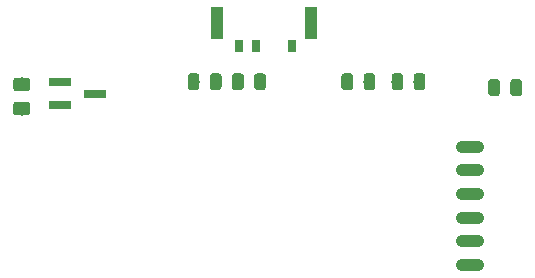
<source format=gbr>
G04 #@! TF.GenerationSoftware,KiCad,Pcbnew,5.0.1-33cea8e~66~ubuntu18.04.1*
G04 #@! TF.CreationDate,2019-09-26T22:02:42+09:00*
G04 #@! TF.ProjectId,minidenko,6D696E6964656E6B6F2E6B696361645F,rev?*
G04 #@! TF.SameCoordinates,Original*
G04 #@! TF.FileFunction,Paste,Top*
G04 #@! TF.FilePolarity,Positive*
%FSLAX46Y46*%
G04 Gerber Fmt 4.6, Leading zero omitted, Abs format (unit mm)*
G04 Created by KiCad (PCBNEW 5.0.1-33cea8e~66~ubuntu18.04.1) date 2019年09月26日 22時02分42秒*
%MOMM*%
%LPD*%
G01*
G04 APERTURE LIST*
%ADD10R,1.000000X2.800000*%
%ADD11R,0.700000X1.000000*%
%ADD12O,2.400000X1.100000*%
%ADD13R,1.900000X0.800000*%
%ADD14C,0.100000*%
%ADD15C,1.150000*%
%ADD16C,0.975000*%
G04 APERTURE END LIST*
D10*
G04 #@! TO.C,SW1*
X78025000Y-26550000D03*
D11*
X81375000Y-28450000D03*
X79875000Y-28450000D03*
X84375000Y-28450000D03*
D10*
X85975000Y-26550000D03*
G04 #@! TD*
D12*
G04 #@! TO.C,U2*
X99500000Y-37010000D03*
X99500000Y-39010000D03*
X99500000Y-41010000D03*
X99500000Y-43010000D03*
X99500000Y-45010000D03*
X99500000Y-47010000D03*
G04 #@! TD*
D13*
G04 #@! TO.C,U1*
X64750000Y-31550000D03*
X64750000Y-33450000D03*
X67750000Y-32500000D03*
G04 #@! TD*
D14*
G04 #@! TO.C,C1*
G36*
X61974505Y-33201204D02*
X61998773Y-33204804D01*
X62022572Y-33210765D01*
X62045671Y-33219030D01*
X62067850Y-33229520D01*
X62088893Y-33242132D01*
X62108599Y-33256747D01*
X62126777Y-33273223D01*
X62143253Y-33291401D01*
X62157868Y-33311107D01*
X62170480Y-33332150D01*
X62180970Y-33354329D01*
X62189235Y-33377428D01*
X62195196Y-33401227D01*
X62198796Y-33425495D01*
X62200000Y-33449999D01*
X62200000Y-34100001D01*
X62198796Y-34124505D01*
X62195196Y-34148773D01*
X62189235Y-34172572D01*
X62180970Y-34195671D01*
X62170480Y-34217850D01*
X62157868Y-34238893D01*
X62143253Y-34258599D01*
X62126777Y-34276777D01*
X62108599Y-34293253D01*
X62088893Y-34307868D01*
X62067850Y-34320480D01*
X62045671Y-34330970D01*
X62022572Y-34339235D01*
X61998773Y-34345196D01*
X61974505Y-34348796D01*
X61950001Y-34350000D01*
X61049999Y-34350000D01*
X61025495Y-34348796D01*
X61001227Y-34345196D01*
X60977428Y-34339235D01*
X60954329Y-34330970D01*
X60932150Y-34320480D01*
X60911107Y-34307868D01*
X60891401Y-34293253D01*
X60873223Y-34276777D01*
X60856747Y-34258599D01*
X60842132Y-34238893D01*
X60829520Y-34217850D01*
X60819030Y-34195671D01*
X60810765Y-34172572D01*
X60804804Y-34148773D01*
X60801204Y-34124505D01*
X60800000Y-34100001D01*
X60800000Y-33449999D01*
X60801204Y-33425495D01*
X60804804Y-33401227D01*
X60810765Y-33377428D01*
X60819030Y-33354329D01*
X60829520Y-33332150D01*
X60842132Y-33311107D01*
X60856747Y-33291401D01*
X60873223Y-33273223D01*
X60891401Y-33256747D01*
X60911107Y-33242132D01*
X60932150Y-33229520D01*
X60954329Y-33219030D01*
X60977428Y-33210765D01*
X61001227Y-33204804D01*
X61025495Y-33201204D01*
X61049999Y-33200000D01*
X61950001Y-33200000D01*
X61974505Y-33201204D01*
X61974505Y-33201204D01*
G37*
D15*
X61500000Y-33775000D03*
D14*
G36*
X61974505Y-31151204D02*
X61998773Y-31154804D01*
X62022572Y-31160765D01*
X62045671Y-31169030D01*
X62067850Y-31179520D01*
X62088893Y-31192132D01*
X62108599Y-31206747D01*
X62126777Y-31223223D01*
X62143253Y-31241401D01*
X62157868Y-31261107D01*
X62170480Y-31282150D01*
X62180970Y-31304329D01*
X62189235Y-31327428D01*
X62195196Y-31351227D01*
X62198796Y-31375495D01*
X62200000Y-31399999D01*
X62200000Y-32050001D01*
X62198796Y-32074505D01*
X62195196Y-32098773D01*
X62189235Y-32122572D01*
X62180970Y-32145671D01*
X62170480Y-32167850D01*
X62157868Y-32188893D01*
X62143253Y-32208599D01*
X62126777Y-32226777D01*
X62108599Y-32243253D01*
X62088893Y-32257868D01*
X62067850Y-32270480D01*
X62045671Y-32280970D01*
X62022572Y-32289235D01*
X61998773Y-32295196D01*
X61974505Y-32298796D01*
X61950001Y-32300000D01*
X61049999Y-32300000D01*
X61025495Y-32298796D01*
X61001227Y-32295196D01*
X60977428Y-32289235D01*
X60954329Y-32280970D01*
X60932150Y-32270480D01*
X60911107Y-32257868D01*
X60891401Y-32243253D01*
X60873223Y-32226777D01*
X60856747Y-32208599D01*
X60842132Y-32188893D01*
X60829520Y-32167850D01*
X60819030Y-32145671D01*
X60810765Y-32122572D01*
X60804804Y-32098773D01*
X60801204Y-32074505D01*
X60800000Y-32050001D01*
X60800000Y-31399999D01*
X60801204Y-31375495D01*
X60804804Y-31351227D01*
X60810765Y-31327428D01*
X60819030Y-31304329D01*
X60829520Y-31282150D01*
X60842132Y-31261107D01*
X60856747Y-31241401D01*
X60873223Y-31223223D01*
X60891401Y-31206747D01*
X60911107Y-31192132D01*
X60932150Y-31179520D01*
X60954329Y-31169030D01*
X60977428Y-31160765D01*
X61001227Y-31154804D01*
X61025495Y-31151204D01*
X61049999Y-31150000D01*
X61950001Y-31150000D01*
X61974505Y-31151204D01*
X61974505Y-31151204D01*
G37*
D15*
X61500000Y-31725000D03*
G04 #@! TD*
D14*
G04 #@! TO.C,R5*
G36*
X93580142Y-30801174D02*
X93603803Y-30804684D01*
X93627007Y-30810496D01*
X93649529Y-30818554D01*
X93671153Y-30828782D01*
X93691670Y-30841079D01*
X93710883Y-30855329D01*
X93728607Y-30871393D01*
X93744671Y-30889117D01*
X93758921Y-30908330D01*
X93771218Y-30928847D01*
X93781446Y-30950471D01*
X93789504Y-30972993D01*
X93795316Y-30996197D01*
X93798826Y-31019858D01*
X93800000Y-31043750D01*
X93800000Y-31956250D01*
X93798826Y-31980142D01*
X93795316Y-32003803D01*
X93789504Y-32027007D01*
X93781446Y-32049529D01*
X93771218Y-32071153D01*
X93758921Y-32091670D01*
X93744671Y-32110883D01*
X93728607Y-32128607D01*
X93710883Y-32144671D01*
X93691670Y-32158921D01*
X93671153Y-32171218D01*
X93649529Y-32181446D01*
X93627007Y-32189504D01*
X93603803Y-32195316D01*
X93580142Y-32198826D01*
X93556250Y-32200000D01*
X93068750Y-32200000D01*
X93044858Y-32198826D01*
X93021197Y-32195316D01*
X92997993Y-32189504D01*
X92975471Y-32181446D01*
X92953847Y-32171218D01*
X92933330Y-32158921D01*
X92914117Y-32144671D01*
X92896393Y-32128607D01*
X92880329Y-32110883D01*
X92866079Y-32091670D01*
X92853782Y-32071153D01*
X92843554Y-32049529D01*
X92835496Y-32027007D01*
X92829684Y-32003803D01*
X92826174Y-31980142D01*
X92825000Y-31956250D01*
X92825000Y-31043750D01*
X92826174Y-31019858D01*
X92829684Y-30996197D01*
X92835496Y-30972993D01*
X92843554Y-30950471D01*
X92853782Y-30928847D01*
X92866079Y-30908330D01*
X92880329Y-30889117D01*
X92896393Y-30871393D01*
X92914117Y-30855329D01*
X92933330Y-30841079D01*
X92953847Y-30828782D01*
X92975471Y-30818554D01*
X92997993Y-30810496D01*
X93021197Y-30804684D01*
X93044858Y-30801174D01*
X93068750Y-30800000D01*
X93556250Y-30800000D01*
X93580142Y-30801174D01*
X93580142Y-30801174D01*
G37*
D16*
X93312500Y-31500000D03*
D14*
G36*
X95455142Y-30801174D02*
X95478803Y-30804684D01*
X95502007Y-30810496D01*
X95524529Y-30818554D01*
X95546153Y-30828782D01*
X95566670Y-30841079D01*
X95585883Y-30855329D01*
X95603607Y-30871393D01*
X95619671Y-30889117D01*
X95633921Y-30908330D01*
X95646218Y-30928847D01*
X95656446Y-30950471D01*
X95664504Y-30972993D01*
X95670316Y-30996197D01*
X95673826Y-31019858D01*
X95675000Y-31043750D01*
X95675000Y-31956250D01*
X95673826Y-31980142D01*
X95670316Y-32003803D01*
X95664504Y-32027007D01*
X95656446Y-32049529D01*
X95646218Y-32071153D01*
X95633921Y-32091670D01*
X95619671Y-32110883D01*
X95603607Y-32128607D01*
X95585883Y-32144671D01*
X95566670Y-32158921D01*
X95546153Y-32171218D01*
X95524529Y-32181446D01*
X95502007Y-32189504D01*
X95478803Y-32195316D01*
X95455142Y-32198826D01*
X95431250Y-32200000D01*
X94943750Y-32200000D01*
X94919858Y-32198826D01*
X94896197Y-32195316D01*
X94872993Y-32189504D01*
X94850471Y-32181446D01*
X94828847Y-32171218D01*
X94808330Y-32158921D01*
X94789117Y-32144671D01*
X94771393Y-32128607D01*
X94755329Y-32110883D01*
X94741079Y-32091670D01*
X94728782Y-32071153D01*
X94718554Y-32049529D01*
X94710496Y-32027007D01*
X94704684Y-32003803D01*
X94701174Y-31980142D01*
X94700000Y-31956250D01*
X94700000Y-31043750D01*
X94701174Y-31019858D01*
X94704684Y-30996197D01*
X94710496Y-30972993D01*
X94718554Y-30950471D01*
X94728782Y-30928847D01*
X94741079Y-30908330D01*
X94755329Y-30889117D01*
X94771393Y-30871393D01*
X94789117Y-30855329D01*
X94808330Y-30841079D01*
X94828847Y-30828782D01*
X94850471Y-30818554D01*
X94872993Y-30810496D01*
X94896197Y-30804684D01*
X94919858Y-30801174D01*
X94943750Y-30800000D01*
X95431250Y-30800000D01*
X95455142Y-30801174D01*
X95455142Y-30801174D01*
G37*
D16*
X95187500Y-31500000D03*
G04 #@! TD*
D14*
G04 #@! TO.C,R4*
G36*
X81955142Y-30801174D02*
X81978803Y-30804684D01*
X82002007Y-30810496D01*
X82024529Y-30818554D01*
X82046153Y-30828782D01*
X82066670Y-30841079D01*
X82085883Y-30855329D01*
X82103607Y-30871393D01*
X82119671Y-30889117D01*
X82133921Y-30908330D01*
X82146218Y-30928847D01*
X82156446Y-30950471D01*
X82164504Y-30972993D01*
X82170316Y-30996197D01*
X82173826Y-31019858D01*
X82175000Y-31043750D01*
X82175000Y-31956250D01*
X82173826Y-31980142D01*
X82170316Y-32003803D01*
X82164504Y-32027007D01*
X82156446Y-32049529D01*
X82146218Y-32071153D01*
X82133921Y-32091670D01*
X82119671Y-32110883D01*
X82103607Y-32128607D01*
X82085883Y-32144671D01*
X82066670Y-32158921D01*
X82046153Y-32171218D01*
X82024529Y-32181446D01*
X82002007Y-32189504D01*
X81978803Y-32195316D01*
X81955142Y-32198826D01*
X81931250Y-32200000D01*
X81443750Y-32200000D01*
X81419858Y-32198826D01*
X81396197Y-32195316D01*
X81372993Y-32189504D01*
X81350471Y-32181446D01*
X81328847Y-32171218D01*
X81308330Y-32158921D01*
X81289117Y-32144671D01*
X81271393Y-32128607D01*
X81255329Y-32110883D01*
X81241079Y-32091670D01*
X81228782Y-32071153D01*
X81218554Y-32049529D01*
X81210496Y-32027007D01*
X81204684Y-32003803D01*
X81201174Y-31980142D01*
X81200000Y-31956250D01*
X81200000Y-31043750D01*
X81201174Y-31019858D01*
X81204684Y-30996197D01*
X81210496Y-30972993D01*
X81218554Y-30950471D01*
X81228782Y-30928847D01*
X81241079Y-30908330D01*
X81255329Y-30889117D01*
X81271393Y-30871393D01*
X81289117Y-30855329D01*
X81308330Y-30841079D01*
X81328847Y-30828782D01*
X81350471Y-30818554D01*
X81372993Y-30810496D01*
X81396197Y-30804684D01*
X81419858Y-30801174D01*
X81443750Y-30800000D01*
X81931250Y-30800000D01*
X81955142Y-30801174D01*
X81955142Y-30801174D01*
G37*
D16*
X81687500Y-31500000D03*
D14*
G36*
X80080142Y-30801174D02*
X80103803Y-30804684D01*
X80127007Y-30810496D01*
X80149529Y-30818554D01*
X80171153Y-30828782D01*
X80191670Y-30841079D01*
X80210883Y-30855329D01*
X80228607Y-30871393D01*
X80244671Y-30889117D01*
X80258921Y-30908330D01*
X80271218Y-30928847D01*
X80281446Y-30950471D01*
X80289504Y-30972993D01*
X80295316Y-30996197D01*
X80298826Y-31019858D01*
X80300000Y-31043750D01*
X80300000Y-31956250D01*
X80298826Y-31980142D01*
X80295316Y-32003803D01*
X80289504Y-32027007D01*
X80281446Y-32049529D01*
X80271218Y-32071153D01*
X80258921Y-32091670D01*
X80244671Y-32110883D01*
X80228607Y-32128607D01*
X80210883Y-32144671D01*
X80191670Y-32158921D01*
X80171153Y-32171218D01*
X80149529Y-32181446D01*
X80127007Y-32189504D01*
X80103803Y-32195316D01*
X80080142Y-32198826D01*
X80056250Y-32200000D01*
X79568750Y-32200000D01*
X79544858Y-32198826D01*
X79521197Y-32195316D01*
X79497993Y-32189504D01*
X79475471Y-32181446D01*
X79453847Y-32171218D01*
X79433330Y-32158921D01*
X79414117Y-32144671D01*
X79396393Y-32128607D01*
X79380329Y-32110883D01*
X79366079Y-32091670D01*
X79353782Y-32071153D01*
X79343554Y-32049529D01*
X79335496Y-32027007D01*
X79329684Y-32003803D01*
X79326174Y-31980142D01*
X79325000Y-31956250D01*
X79325000Y-31043750D01*
X79326174Y-31019858D01*
X79329684Y-30996197D01*
X79335496Y-30972993D01*
X79343554Y-30950471D01*
X79353782Y-30928847D01*
X79366079Y-30908330D01*
X79380329Y-30889117D01*
X79396393Y-30871393D01*
X79414117Y-30855329D01*
X79433330Y-30841079D01*
X79453847Y-30828782D01*
X79475471Y-30818554D01*
X79497993Y-30810496D01*
X79521197Y-30804684D01*
X79544858Y-30801174D01*
X79568750Y-30800000D01*
X80056250Y-30800000D01*
X80080142Y-30801174D01*
X80080142Y-30801174D01*
G37*
D16*
X79812500Y-31500000D03*
G04 #@! TD*
D14*
G04 #@! TO.C,R3*
G36*
X76330142Y-30801174D02*
X76353803Y-30804684D01*
X76377007Y-30810496D01*
X76399529Y-30818554D01*
X76421153Y-30828782D01*
X76441670Y-30841079D01*
X76460883Y-30855329D01*
X76478607Y-30871393D01*
X76494671Y-30889117D01*
X76508921Y-30908330D01*
X76521218Y-30928847D01*
X76531446Y-30950471D01*
X76539504Y-30972993D01*
X76545316Y-30996197D01*
X76548826Y-31019858D01*
X76550000Y-31043750D01*
X76550000Y-31956250D01*
X76548826Y-31980142D01*
X76545316Y-32003803D01*
X76539504Y-32027007D01*
X76531446Y-32049529D01*
X76521218Y-32071153D01*
X76508921Y-32091670D01*
X76494671Y-32110883D01*
X76478607Y-32128607D01*
X76460883Y-32144671D01*
X76441670Y-32158921D01*
X76421153Y-32171218D01*
X76399529Y-32181446D01*
X76377007Y-32189504D01*
X76353803Y-32195316D01*
X76330142Y-32198826D01*
X76306250Y-32200000D01*
X75818750Y-32200000D01*
X75794858Y-32198826D01*
X75771197Y-32195316D01*
X75747993Y-32189504D01*
X75725471Y-32181446D01*
X75703847Y-32171218D01*
X75683330Y-32158921D01*
X75664117Y-32144671D01*
X75646393Y-32128607D01*
X75630329Y-32110883D01*
X75616079Y-32091670D01*
X75603782Y-32071153D01*
X75593554Y-32049529D01*
X75585496Y-32027007D01*
X75579684Y-32003803D01*
X75576174Y-31980142D01*
X75575000Y-31956250D01*
X75575000Y-31043750D01*
X75576174Y-31019858D01*
X75579684Y-30996197D01*
X75585496Y-30972993D01*
X75593554Y-30950471D01*
X75603782Y-30928847D01*
X75616079Y-30908330D01*
X75630329Y-30889117D01*
X75646393Y-30871393D01*
X75664117Y-30855329D01*
X75683330Y-30841079D01*
X75703847Y-30828782D01*
X75725471Y-30818554D01*
X75747993Y-30810496D01*
X75771197Y-30804684D01*
X75794858Y-30801174D01*
X75818750Y-30800000D01*
X76306250Y-30800000D01*
X76330142Y-30801174D01*
X76330142Y-30801174D01*
G37*
D16*
X76062500Y-31500000D03*
D14*
G36*
X78205142Y-30801174D02*
X78228803Y-30804684D01*
X78252007Y-30810496D01*
X78274529Y-30818554D01*
X78296153Y-30828782D01*
X78316670Y-30841079D01*
X78335883Y-30855329D01*
X78353607Y-30871393D01*
X78369671Y-30889117D01*
X78383921Y-30908330D01*
X78396218Y-30928847D01*
X78406446Y-30950471D01*
X78414504Y-30972993D01*
X78420316Y-30996197D01*
X78423826Y-31019858D01*
X78425000Y-31043750D01*
X78425000Y-31956250D01*
X78423826Y-31980142D01*
X78420316Y-32003803D01*
X78414504Y-32027007D01*
X78406446Y-32049529D01*
X78396218Y-32071153D01*
X78383921Y-32091670D01*
X78369671Y-32110883D01*
X78353607Y-32128607D01*
X78335883Y-32144671D01*
X78316670Y-32158921D01*
X78296153Y-32171218D01*
X78274529Y-32181446D01*
X78252007Y-32189504D01*
X78228803Y-32195316D01*
X78205142Y-32198826D01*
X78181250Y-32200000D01*
X77693750Y-32200000D01*
X77669858Y-32198826D01*
X77646197Y-32195316D01*
X77622993Y-32189504D01*
X77600471Y-32181446D01*
X77578847Y-32171218D01*
X77558330Y-32158921D01*
X77539117Y-32144671D01*
X77521393Y-32128607D01*
X77505329Y-32110883D01*
X77491079Y-32091670D01*
X77478782Y-32071153D01*
X77468554Y-32049529D01*
X77460496Y-32027007D01*
X77454684Y-32003803D01*
X77451174Y-31980142D01*
X77450000Y-31956250D01*
X77450000Y-31043750D01*
X77451174Y-31019858D01*
X77454684Y-30996197D01*
X77460496Y-30972993D01*
X77468554Y-30950471D01*
X77478782Y-30928847D01*
X77491079Y-30908330D01*
X77505329Y-30889117D01*
X77521393Y-30871393D01*
X77539117Y-30855329D01*
X77558330Y-30841079D01*
X77578847Y-30828782D01*
X77600471Y-30818554D01*
X77622993Y-30810496D01*
X77646197Y-30804684D01*
X77669858Y-30801174D01*
X77693750Y-30800000D01*
X78181250Y-30800000D01*
X78205142Y-30801174D01*
X78205142Y-30801174D01*
G37*
D16*
X77937500Y-31500000D03*
G04 #@! TD*
D14*
G04 #@! TO.C,R2*
G36*
X89330142Y-30801174D02*
X89353803Y-30804684D01*
X89377007Y-30810496D01*
X89399529Y-30818554D01*
X89421153Y-30828782D01*
X89441670Y-30841079D01*
X89460883Y-30855329D01*
X89478607Y-30871393D01*
X89494671Y-30889117D01*
X89508921Y-30908330D01*
X89521218Y-30928847D01*
X89531446Y-30950471D01*
X89539504Y-30972993D01*
X89545316Y-30996197D01*
X89548826Y-31019858D01*
X89550000Y-31043750D01*
X89550000Y-31956250D01*
X89548826Y-31980142D01*
X89545316Y-32003803D01*
X89539504Y-32027007D01*
X89531446Y-32049529D01*
X89521218Y-32071153D01*
X89508921Y-32091670D01*
X89494671Y-32110883D01*
X89478607Y-32128607D01*
X89460883Y-32144671D01*
X89441670Y-32158921D01*
X89421153Y-32171218D01*
X89399529Y-32181446D01*
X89377007Y-32189504D01*
X89353803Y-32195316D01*
X89330142Y-32198826D01*
X89306250Y-32200000D01*
X88818750Y-32200000D01*
X88794858Y-32198826D01*
X88771197Y-32195316D01*
X88747993Y-32189504D01*
X88725471Y-32181446D01*
X88703847Y-32171218D01*
X88683330Y-32158921D01*
X88664117Y-32144671D01*
X88646393Y-32128607D01*
X88630329Y-32110883D01*
X88616079Y-32091670D01*
X88603782Y-32071153D01*
X88593554Y-32049529D01*
X88585496Y-32027007D01*
X88579684Y-32003803D01*
X88576174Y-31980142D01*
X88575000Y-31956250D01*
X88575000Y-31043750D01*
X88576174Y-31019858D01*
X88579684Y-30996197D01*
X88585496Y-30972993D01*
X88593554Y-30950471D01*
X88603782Y-30928847D01*
X88616079Y-30908330D01*
X88630329Y-30889117D01*
X88646393Y-30871393D01*
X88664117Y-30855329D01*
X88683330Y-30841079D01*
X88703847Y-30828782D01*
X88725471Y-30818554D01*
X88747993Y-30810496D01*
X88771197Y-30804684D01*
X88794858Y-30801174D01*
X88818750Y-30800000D01*
X89306250Y-30800000D01*
X89330142Y-30801174D01*
X89330142Y-30801174D01*
G37*
D16*
X89062500Y-31500000D03*
D14*
G36*
X91205142Y-30801174D02*
X91228803Y-30804684D01*
X91252007Y-30810496D01*
X91274529Y-30818554D01*
X91296153Y-30828782D01*
X91316670Y-30841079D01*
X91335883Y-30855329D01*
X91353607Y-30871393D01*
X91369671Y-30889117D01*
X91383921Y-30908330D01*
X91396218Y-30928847D01*
X91406446Y-30950471D01*
X91414504Y-30972993D01*
X91420316Y-30996197D01*
X91423826Y-31019858D01*
X91425000Y-31043750D01*
X91425000Y-31956250D01*
X91423826Y-31980142D01*
X91420316Y-32003803D01*
X91414504Y-32027007D01*
X91406446Y-32049529D01*
X91396218Y-32071153D01*
X91383921Y-32091670D01*
X91369671Y-32110883D01*
X91353607Y-32128607D01*
X91335883Y-32144671D01*
X91316670Y-32158921D01*
X91296153Y-32171218D01*
X91274529Y-32181446D01*
X91252007Y-32189504D01*
X91228803Y-32195316D01*
X91205142Y-32198826D01*
X91181250Y-32200000D01*
X90693750Y-32200000D01*
X90669858Y-32198826D01*
X90646197Y-32195316D01*
X90622993Y-32189504D01*
X90600471Y-32181446D01*
X90578847Y-32171218D01*
X90558330Y-32158921D01*
X90539117Y-32144671D01*
X90521393Y-32128607D01*
X90505329Y-32110883D01*
X90491079Y-32091670D01*
X90478782Y-32071153D01*
X90468554Y-32049529D01*
X90460496Y-32027007D01*
X90454684Y-32003803D01*
X90451174Y-31980142D01*
X90450000Y-31956250D01*
X90450000Y-31043750D01*
X90451174Y-31019858D01*
X90454684Y-30996197D01*
X90460496Y-30972993D01*
X90468554Y-30950471D01*
X90478782Y-30928847D01*
X90491079Y-30908330D01*
X90505329Y-30889117D01*
X90521393Y-30871393D01*
X90539117Y-30855329D01*
X90558330Y-30841079D01*
X90578847Y-30828782D01*
X90600471Y-30818554D01*
X90622993Y-30810496D01*
X90646197Y-30804684D01*
X90669858Y-30801174D01*
X90693750Y-30800000D01*
X91181250Y-30800000D01*
X91205142Y-30801174D01*
X91205142Y-30801174D01*
G37*
D16*
X90937500Y-31500000D03*
G04 #@! TD*
D14*
G04 #@! TO.C,R1*
G36*
X101768142Y-31301174D02*
X101791803Y-31304684D01*
X101815007Y-31310496D01*
X101837529Y-31318554D01*
X101859153Y-31328782D01*
X101879670Y-31341079D01*
X101898883Y-31355329D01*
X101916607Y-31371393D01*
X101932671Y-31389117D01*
X101946921Y-31408330D01*
X101959218Y-31428847D01*
X101969446Y-31450471D01*
X101977504Y-31472993D01*
X101983316Y-31496197D01*
X101986826Y-31519858D01*
X101988000Y-31543750D01*
X101988000Y-32456250D01*
X101986826Y-32480142D01*
X101983316Y-32503803D01*
X101977504Y-32527007D01*
X101969446Y-32549529D01*
X101959218Y-32571153D01*
X101946921Y-32591670D01*
X101932671Y-32610883D01*
X101916607Y-32628607D01*
X101898883Y-32644671D01*
X101879670Y-32658921D01*
X101859153Y-32671218D01*
X101837529Y-32681446D01*
X101815007Y-32689504D01*
X101791803Y-32695316D01*
X101768142Y-32698826D01*
X101744250Y-32700000D01*
X101256750Y-32700000D01*
X101232858Y-32698826D01*
X101209197Y-32695316D01*
X101185993Y-32689504D01*
X101163471Y-32681446D01*
X101141847Y-32671218D01*
X101121330Y-32658921D01*
X101102117Y-32644671D01*
X101084393Y-32628607D01*
X101068329Y-32610883D01*
X101054079Y-32591670D01*
X101041782Y-32571153D01*
X101031554Y-32549529D01*
X101023496Y-32527007D01*
X101017684Y-32503803D01*
X101014174Y-32480142D01*
X101013000Y-32456250D01*
X101013000Y-31543750D01*
X101014174Y-31519858D01*
X101017684Y-31496197D01*
X101023496Y-31472993D01*
X101031554Y-31450471D01*
X101041782Y-31428847D01*
X101054079Y-31408330D01*
X101068329Y-31389117D01*
X101084393Y-31371393D01*
X101102117Y-31355329D01*
X101121330Y-31341079D01*
X101141847Y-31328782D01*
X101163471Y-31318554D01*
X101185993Y-31310496D01*
X101209197Y-31304684D01*
X101232858Y-31301174D01*
X101256750Y-31300000D01*
X101744250Y-31300000D01*
X101768142Y-31301174D01*
X101768142Y-31301174D01*
G37*
D16*
X101500500Y-32000000D03*
D14*
G36*
X103643142Y-31301174D02*
X103666803Y-31304684D01*
X103690007Y-31310496D01*
X103712529Y-31318554D01*
X103734153Y-31328782D01*
X103754670Y-31341079D01*
X103773883Y-31355329D01*
X103791607Y-31371393D01*
X103807671Y-31389117D01*
X103821921Y-31408330D01*
X103834218Y-31428847D01*
X103844446Y-31450471D01*
X103852504Y-31472993D01*
X103858316Y-31496197D01*
X103861826Y-31519858D01*
X103863000Y-31543750D01*
X103863000Y-32456250D01*
X103861826Y-32480142D01*
X103858316Y-32503803D01*
X103852504Y-32527007D01*
X103844446Y-32549529D01*
X103834218Y-32571153D01*
X103821921Y-32591670D01*
X103807671Y-32610883D01*
X103791607Y-32628607D01*
X103773883Y-32644671D01*
X103754670Y-32658921D01*
X103734153Y-32671218D01*
X103712529Y-32681446D01*
X103690007Y-32689504D01*
X103666803Y-32695316D01*
X103643142Y-32698826D01*
X103619250Y-32700000D01*
X103131750Y-32700000D01*
X103107858Y-32698826D01*
X103084197Y-32695316D01*
X103060993Y-32689504D01*
X103038471Y-32681446D01*
X103016847Y-32671218D01*
X102996330Y-32658921D01*
X102977117Y-32644671D01*
X102959393Y-32628607D01*
X102943329Y-32610883D01*
X102929079Y-32591670D01*
X102916782Y-32571153D01*
X102906554Y-32549529D01*
X102898496Y-32527007D01*
X102892684Y-32503803D01*
X102889174Y-32480142D01*
X102888000Y-32456250D01*
X102888000Y-31543750D01*
X102889174Y-31519858D01*
X102892684Y-31496197D01*
X102898496Y-31472993D01*
X102906554Y-31450471D01*
X102916782Y-31428847D01*
X102929079Y-31408330D01*
X102943329Y-31389117D01*
X102959393Y-31371393D01*
X102977117Y-31355329D01*
X102996330Y-31341079D01*
X103016847Y-31328782D01*
X103038471Y-31318554D01*
X103060993Y-31310496D01*
X103084197Y-31304684D01*
X103107858Y-31301174D01*
X103131750Y-31300000D01*
X103619250Y-31300000D01*
X103643142Y-31301174D01*
X103643142Y-31301174D01*
G37*
D16*
X103375500Y-32000000D03*
G04 #@! TD*
M02*

</source>
